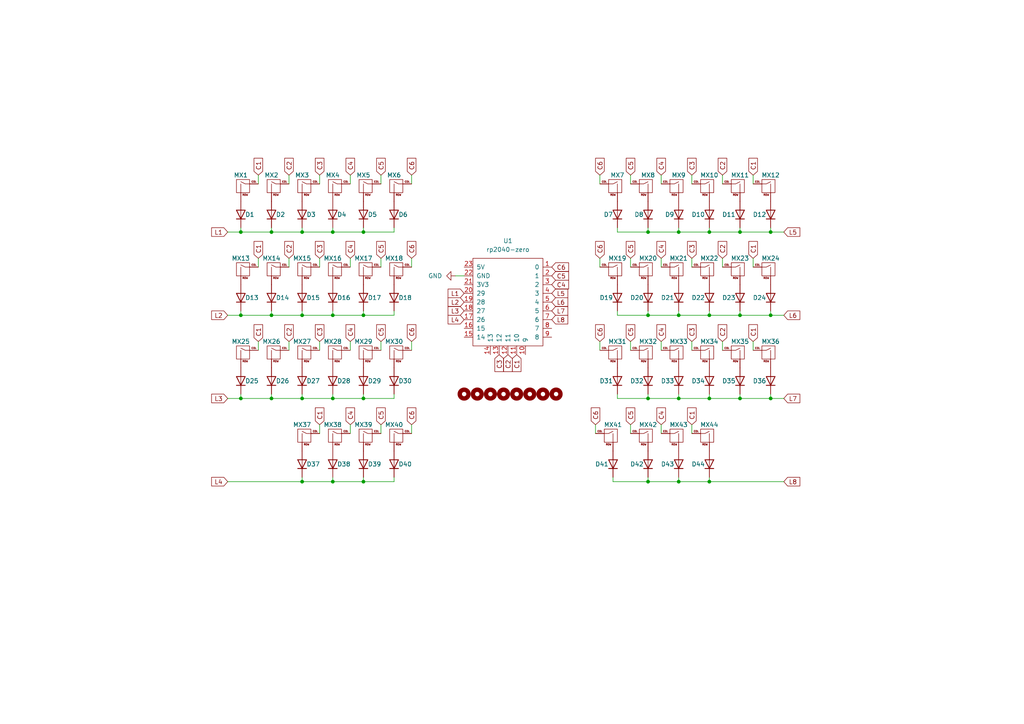
<source format=kicad_sch>
(kicad_sch (version 20230121) (generator eeschema)
  (paper "A4")
  (lib_symbols
    (symbol "Diode:1N4148" (pin_numbers hide) (pin_names hide)
      (property "Reference" "D" (at 0 2.54 0))
      (property "Value" "1N4148" (at 0 -2.54 0))
      (symbol "1N4148_0_1"
        (polyline (pts (xy -1.27 1.27) (xy -1.27 -1.27)) (stroke (width 0.254)))
        (polyline (pts (xy 1.27 0) (xy -1.27 0)))
        (polyline (pts (xy 1.27 1.27) (xy 1.27 -1.27) (xy -1.27 0) (xy 1.27 1.27)) (stroke (width 0.254)))
      )
      (symbol "1N4148_1_1"
        (pin passive line (at -3.81 0 0) (length 2.54) (name "K") (number "1"))
        (pin passive line (at 3.81 0 180) (length 2.54) (name "A") (number "2"))
      )
    )
    (symbol "Mechanical:MountingHole" (pin_names (offset 1.016))
      (property "Reference" "H" (at 0 5.08 0))
      (property "Value" "MountingHole" (at 0 3.175 0))
      (symbol "MountingHole_0_1"
        (circle (center 0 0) (radius 1.27) (stroke (width 1.27)))
      )
    )
    (symbol "PCM_0xcb:MX" (pin_names (offset 1.016))
      (property "Reference" "MX" (at -0.635 1.905 0))
      (property "Value" "MX" (at 0.635 0.635 0))
      (symbol "MX_1_0"
        (text "COL" (at 2.54 0.635 0) (effects (font (size 0.508 0.508))))
      )
      (symbol "MX_1_1"
        (polyline (pts (xy -1.27 -2.54) (xy -1.27 0)))
        (polyline (pts (xy 1.27 0) (xy 0 0) (xy -1.27 0.635)))
        (polyline (pts (xy -2.54 1.27) (xy 1.27 1.27) (xy 1.27 -2.54) (xy -2.54 -2.54) (xy -2.54 1.27)))
        (text "ROW" (at 0 -3.175 0) (effects (font (size 0.508 0.508))))
        (pin passive line (at 3.81 0 180) (length 2.54) (name "COL") (number "1"))
        (pin passive line (at -1.27 -5.08 90) (length 2.54) (name "ROW") (number "2"))
      )
    )
    (symbol "_mcu:rp2040-zero" (pin_names (offset 1.016))
      (property "Reference" "U" (at 0 15.24 0))
      (property "Value" "rp2040-zero" (at 0 12.7 0))
      (symbol "rp2040-zero_0_1"
        (rectangle (start -10.16 11.43) (end 10.16 -13.97))
      )
      (symbol "rp2040-zero_1_1"
        (pin bidirectional line (at 12.7 8.89 180) (length 2.54) (name "0") (number "1"))
        (pin bidirectional line (at 5.08 -16.51 90) (length 2.54) (name "9") (number "10"))
        (pin bidirectional line (at 2.54 -16.51 90) (length 2.54) (name "10") (number "11"))
        (pin bidirectional line (at 0 -16.51 90) (length 2.54) (name "11") (number "12"))
        (pin bidirectional line (at -2.54 -16.51 90) (length 2.54) (name "12") (number "13"))
        (pin bidirectional line (at -5.08 -16.51 90) (length 2.54) (name "13") (number "14"))
        (pin bidirectional line (at -12.7 -11.43 0) (length 2.54) (name "14") (number "15"))
        (pin bidirectional line (at -12.7 -8.89 0) (length 2.54) (name "15") (number "16"))
        (pin bidirectional line (at -12.7 -6.35 0) (length 2.54) (name "26") (number "17"))
        (pin bidirectional line (at -12.7 -3.81 0) (length 2.54) (name "27") (number "18"))
        (pin bidirectional line (at -12.7 -1.27 0) (length 2.54) (name "28") (number "19"))
        (pin bidirectional line (at 12.7 6.35 180) (length 2.54) (name "1") (number "2"))
        (pin bidirectional line (at -12.7 1.27 0) (length 2.54) (name "29") (number "20"))
        (pin power_out line (at -12.7 3.81 0) (length 2.54) (name "3V3") (number "21"))
        (pin power_out line (at -12.7 6.35 0) (length 2.54) (name "GND") (number "22"))
        (pin power_out line (at -12.7 8.89 0) (length 2.54) (name "5V") (number "23"))
        (pin bidirectional line (at 12.7 3.81 180) (length 2.54) (name "2") (number "3"))
        (pin bidirectional line (at 12.7 1.27 180) (length 2.54) (name "3") (number "4"))
        (pin bidirectional line (at 12.7 -1.27 180) (length 2.54) (name "4") (number "5"))
        (pin bidirectional line (at 12.7 -3.81 180) (length 2.54) (name "5") (number "6"))
        (pin bidirectional line (at 12.7 -6.35 180) (length 2.54) (name "6") (number "7"))
        (pin bidirectional line (at 12.7 -8.89 180) (length 2.54) (name "7") (number "8"))
        (pin bidirectional line (at 12.7 -11.43 180) (length 2.54) (name "8") (number "9"))
      )
    )
    (symbol "power:GND" (power) (pin_names (offset 0))
      (property "Value" "GND" (at 0 -3.81 0))
      (symbol "GND_0_1"
        (polyline (pts (xy 0 0) (xy 0 -1.27) (xy 1.27 -1.27) (xy 0 -2.54) (xy -1.27 -1.27) (xy 0 -1.27)))
      )
      (symbol "GND_1_1"
        (pin power_in line (at 0 0 270) (length 0) hide (name "GND") (number "1"))
      )
    )
  )
  (junction (at 196.85 67.31))
  (junction (at 223.52 67.31))
  (junction (at 205.74 115.57))
  (junction (at 196.85 115.57))
  (junction (at 96.52 91.44))
  (junction (at 105.41 139.7))
  (junction (at 69.85 91.44))
  (junction (at 214.63 91.44))
  (junction (at 187.96 67.31))
  (junction (at 205.74 139.7))
  (junction (at 87.63 115.57))
  (junction (at 78.74 67.31))
  (junction (at 87.63 91.44))
  (junction (at 196.85 139.7))
  (junction (at 187.96 91.44))
  (junction (at 96.52 139.7))
  (junction (at 196.85 91.44))
  (junction (at 69.85 115.57))
  (junction (at 187.96 115.57))
  (junction (at 87.63 67.31))
  (junction (at 105.41 67.31))
  (junction (at 78.74 115.57))
  (junction (at 214.63 67.31))
  (junction (at 96.52 115.57))
  (junction (at 214.63 115.57))
  (junction (at 87.63 139.7))
  (junction (at 105.41 91.44))
  (junction (at 205.74 67.31))
  (junction (at 205.74 91.44))
  (junction (at 223.52 115.57))
  (junction (at 187.96 139.7))
  (junction (at 105.41 115.57))
  (junction (at 78.74 91.44))
  (junction (at 223.52 91.44))
  (junction (at 69.85 67.31))
  (junction (at 96.52 67.31))
  (wire (pts (xy 69.85 67.31) (xy 69.85 66.04)))
  (wire (pts (xy 105.41 91.44) (xy 105.41 90.17)))
  (wire (pts (xy 74.93 74.93) (xy 74.93 77.47)))
  (wire (pts (xy 196.85 91.44) (xy 187.96 91.44)))
  (wire (pts (xy 179.07 91.44) (xy 179.07 90.17)))
  (wire (pts (xy 87.63 139.7) (xy 87.63 138.43)))
  (wire (pts (xy 105.41 139.7) (xy 114.3 139.7)))
  (wire (pts (xy 114.3 139.7) (xy 114.3 138.43)))
  (wire (pts (xy 74.93 50.8) (xy 74.93 53.34)))
  (wire (pts (xy 101.6 50.8) (xy 101.6 53.34)))
  (wire (pts (xy 105.41 139.7) (xy 105.41 138.43)))
  (wire (pts (xy 191.77 74.93) (xy 191.77 77.47)))
  (wire (pts (xy 172.72 123.19) (xy 172.72 125.73)))
  (wire (pts (xy 110.49 50.8) (xy 110.49 53.34)))
  (wire (pts (xy 96.52 67.31) (xy 105.41 67.31)))
  (wire (pts (xy 96.52 91.44) (xy 105.41 91.44)))
  (wire (pts (xy 92.71 50.8) (xy 92.71 53.34)))
  (wire (pts (xy 78.74 91.44) (xy 78.74 90.17)))
  (wire (pts (xy 214.63 67.31) (xy 205.74 67.31)))
  (wire (pts (xy 223.52 91.44) (xy 223.52 90.17)))
  (wire (pts (xy 196.85 67.31) (xy 196.85 66.04)))
  (wire (pts (xy 205.74 139.7) (xy 205.74 138.43)))
  (wire (pts (xy 66.04 115.57) (xy 69.85 115.57)))
  (wire (pts (xy 205.74 139.7) (xy 227.33 139.7)))
  (wire (pts (xy 96.52 67.31) (xy 96.52 66.04)))
  (wire (pts (xy 200.66 123.19) (xy 200.66 125.73)))
  (wire (pts (xy 119.38 50.8) (xy 119.38 53.34)))
  (wire (pts (xy 92.71 74.93) (xy 92.71 77.47)))
  (wire (pts (xy 223.52 91.44) (xy 214.63 91.44)))
  (wire (pts (xy 187.96 115.57) (xy 179.07 115.57)))
  (wire (pts (xy 214.63 91.44) (xy 214.63 90.17)))
  (wire (pts (xy 87.63 67.31) (xy 87.63 66.04)))
  (wire (pts (xy 214.63 115.57) (xy 214.63 114.3)))
  (wire (pts (xy 227.33 67.31) (xy 223.52 67.31)))
  (wire (pts (xy 105.41 115.57) (xy 105.41 114.3)))
  (wire (pts (xy 179.07 115.57) (xy 179.07 114.3)))
  (wire (pts (xy 78.74 67.31) (xy 78.74 66.04)))
  (wire (pts (xy 187.96 91.44) (xy 179.07 91.44)))
  (wire (pts (xy 200.66 50.8) (xy 200.66 53.34)))
  (wire (pts (xy 196.85 139.7) (xy 205.74 139.7)))
  (wire (pts (xy 179.07 67.31) (xy 179.07 66.04)))
  (wire (pts (xy 173.99 50.8) (xy 173.99 53.34)))
  (wire (pts (xy 69.85 115.57) (xy 78.74 115.57)))
  (wire (pts (xy 66.04 67.31) (xy 69.85 67.31)))
  (wire (pts (xy 96.52 139.7) (xy 105.41 139.7)))
  (wire (pts (xy 196.85 139.7) (xy 196.85 138.43)))
  (wire (pts (xy 110.49 99.06) (xy 110.49 101.6)))
  (wire (pts (xy 92.71 99.06) (xy 92.71 101.6)))
  (wire (pts (xy 177.8 139.7) (xy 187.96 139.7)))
  (wire (pts (xy 114.3 115.57) (xy 114.3 114.3)))
  (wire (pts (xy 214.63 67.31) (xy 214.63 66.04)))
  (wire (pts (xy 182.88 99.06) (xy 182.88 101.6)))
  (wire (pts (xy 78.74 67.31) (xy 87.63 67.31)))
  (wire (pts (xy 114.3 91.44) (xy 114.3 90.17)))
  (wire (pts (xy 101.6 99.06) (xy 101.6 101.6)))
  (wire (pts (xy 218.44 50.8) (xy 218.44 53.34)))
  (wire (pts (xy 209.55 99.06) (xy 209.55 101.6)))
  (wire (pts (xy 227.33 115.57) (xy 223.52 115.57)))
  (wire (pts (xy 87.63 139.7) (xy 96.52 139.7)))
  (wire (pts (xy 196.85 139.7) (xy 187.96 139.7)))
  (wire (pts (xy 105.41 115.57) (xy 114.3 115.57)))
  (wire (pts (xy 96.52 115.57) (xy 105.41 115.57)))
  (wire (pts (xy 132.08 80.01) (xy 134.62 80.01)))
  (wire (pts (xy 191.77 123.19) (xy 191.77 125.73)))
  (wire (pts (xy 87.63 115.57) (xy 87.63 114.3)))
  (wire (pts (xy 87.63 67.31) (xy 96.52 67.31)))
  (wire (pts (xy 191.77 50.8) (xy 191.77 53.34)))
  (wire (pts (xy 196.85 91.44) (xy 196.85 90.17)))
  (wire (pts (xy 223.52 115.57) (xy 223.52 114.3)))
  (wire (pts (xy 187.96 67.31) (xy 179.07 67.31)))
  (wire (pts (xy 78.74 115.57) (xy 87.63 115.57)))
  (wire (pts (xy 69.85 115.57) (xy 69.85 114.3)))
  (wire (pts (xy 187.96 115.57) (xy 187.96 114.3)))
  (wire (pts (xy 101.6 74.93) (xy 101.6 77.47)))
  (wire (pts (xy 114.3 67.31) (xy 114.3 66.04)))
  (wire (pts (xy 87.63 91.44) (xy 96.52 91.44)))
  (wire (pts (xy 214.63 91.44) (xy 205.74 91.44)))
  (wire (pts (xy 187.96 139.7) (xy 187.96 138.43)))
  (wire (pts (xy 182.88 50.8) (xy 182.88 53.34)))
  (wire (pts (xy 205.74 115.57) (xy 205.74 114.3)))
  (wire (pts (xy 92.71 123.19) (xy 92.71 125.73)))
  (wire (pts (xy 83.82 74.93) (xy 83.82 77.47)))
  (wire (pts (xy 182.88 123.19) (xy 182.88 125.73)))
  (wire (pts (xy 223.52 67.31) (xy 223.52 66.04)))
  (wire (pts (xy 196.85 115.57) (xy 187.96 115.57)))
  (wire (pts (xy 78.74 91.44) (xy 87.63 91.44)))
  (wire (pts (xy 96.52 139.7) (xy 96.52 138.43)))
  (wire (pts (xy 205.74 91.44) (xy 196.85 91.44)))
  (wire (pts (xy 209.55 74.93) (xy 209.55 77.47)))
  (wire (pts (xy 83.82 50.8) (xy 83.82 53.34)))
  (wire (pts (xy 173.99 99.06) (xy 173.99 101.6)))
  (wire (pts (xy 110.49 74.93) (xy 110.49 77.47)))
  (wire (pts (xy 205.74 67.31) (xy 205.74 66.04)))
  (wire (pts (xy 69.85 91.44) (xy 69.85 90.17)))
  (wire (pts (xy 182.88 74.93) (xy 182.88 77.47)))
  (wire (pts (xy 69.85 91.44) (xy 78.74 91.44)))
  (wire (pts (xy 74.93 99.06) (xy 74.93 101.6)))
  (wire (pts (xy 177.8 139.7) (xy 177.8 138.43)))
  (wire (pts (xy 78.74 115.57) (xy 78.74 114.3)))
  (wire (pts (xy 187.96 67.31) (xy 187.96 66.04)))
  (wire (pts (xy 218.44 99.06) (xy 218.44 101.6)))
  (wire (pts (xy 66.04 91.44) (xy 69.85 91.44)))
  (wire (pts (xy 196.85 115.57) (xy 196.85 114.3)))
  (wire (pts (xy 87.63 91.44) (xy 87.63 90.17)))
  (wire (pts (xy 110.49 123.19) (xy 110.49 125.73)))
  (wire (pts (xy 96.52 91.44) (xy 96.52 90.17)))
  (wire (pts (xy 223.52 67.31) (xy 214.63 67.31)))
  (wire (pts (xy 209.55 50.8) (xy 209.55 53.34)))
  (wire (pts (xy 87.63 115.57) (xy 96.52 115.57)))
  (wire (pts (xy 205.74 91.44) (xy 205.74 90.17)))
  (wire (pts (xy 200.66 99.06) (xy 200.66 101.6)))
  (wire (pts (xy 101.6 123.19) (xy 101.6 125.73)))
  (wire (pts (xy 214.63 115.57) (xy 205.74 115.57)))
  (wire (pts (xy 196.85 67.31) (xy 187.96 67.31)))
  (wire (pts (xy 105.41 67.31) (xy 114.3 67.31)))
  (wire (pts (xy 227.33 91.44) (xy 223.52 91.44)))
  (wire (pts (xy 187.96 91.44) (xy 187.96 90.17)))
  (wire (pts (xy 223.52 115.57) (xy 214.63 115.57)))
  (wire (pts (xy 83.82 99.06) (xy 83.82 101.6)))
  (wire (pts (xy 119.38 99.06) (xy 119.38 101.6)))
  (wire (pts (xy 218.44 74.93) (xy 218.44 77.47)))
  (wire (pts (xy 105.41 91.44) (xy 114.3 91.44)))
  (wire (pts (xy 105.41 67.31) (xy 105.41 66.04)))
  (wire (pts (xy 205.74 67.31) (xy 196.85 67.31)))
  (wire (pts (xy 119.38 123.19) (xy 119.38 125.73)))
  (wire (pts (xy 173.99 74.93) (xy 173.99 77.47)))
  (wire (pts (xy 69.85 67.31) (xy 78.74 67.31)))
  (wire (pts (xy 191.77 99.06) (xy 191.77 101.6)))
  (wire (pts (xy 200.66 74.93) (xy 200.66 77.47)))
  (wire (pts (xy 119.38 74.93) (xy 119.38 77.47)))
  (wire (pts (xy 66.04 139.7) (xy 87.63 139.7)))
  (wire (pts (xy 96.52 115.57) (xy 96.52 114.3)))
  (wire (pts (xy 205.74 115.57) (xy 196.85 115.57)))
  (global_label "C4" (shape input) (at 160.02 82.55 0) (property "Intersheetrefs" "${INTERSHEET_REFS}" (effects hide)))
  (global_label "C1" (shape input) (at 149.86 102.87 270) (property "Intersheetrefs" "${INTERSHEET_REFS}" (effects hide)))
  (global_label "L1" (shape input) (at 66.04 67.31 180) (property "Intersheetrefs" "${INTERSHEET_REFS}" (effects hide)))
  (global_label "C2" (shape input) (at 83.82 99.06 90) (property "Intersheetrefs" "${INTERSHEET_REFS}" (effects hide)))
  (global_label "C6" (shape input) (at 119.38 99.06 90) (property "Intersheetrefs" "${INTERSHEET_REFS}" (effects hide)))
  (global_label "C4" (shape input) (at 191.77 74.93 90) (property "Intersheetrefs" "${INTERSHEET_REFS}" (effects hide)))
  (global_label "C6" (shape input) (at 173.99 74.93 90) (property "Intersheetrefs" "${INTERSHEET_REFS}" (effects hide)))
  (global_label "C1" (shape input) (at 218.44 74.93 90) (property "Intersheetrefs" "${INTERSHEET_REFS}" (effects hide)))
  (global_label "C1" (shape input) (at 218.44 99.06 90) (property "Intersheetrefs" "${INTERSHEET_REFS}" (effects hide)))
  (global_label "L7" (shape input) (at 227.33 115.57 0) (property "Intersheetrefs" "${INTERSHEET_REFS}" (effects hide)))
  (global_label "C5" (shape input) (at 110.49 123.19 90) (property "Intersheetrefs" "${INTERSHEET_REFS}" (effects hide)))
  (global_label "C1" (shape input) (at 218.44 50.8 90) (property "Intersheetrefs" "${INTERSHEET_REFS}" (effects hide)))
  (global_label "C3" (shape input) (at 92.71 99.06 90) (property "Intersheetrefs" "${INTERSHEET_REFS}" (effects hide)))
  (global_label "C6" (shape input) (at 119.38 123.19 90) (property "Intersheetrefs" "${INTERSHEET_REFS}" (effects hide)))
  (global_label "C6" (shape input) (at 173.99 50.8 90) (property "Intersheetrefs" "${INTERSHEET_REFS}" (effects hide)))
  (global_label "C3" (shape input) (at 92.71 74.93 90) (property "Intersheetrefs" "${INTERSHEET_REFS}" (effects hide)))
  (global_label "C6" (shape input) (at 172.72 123.19 90) (property "Intersheetrefs" "${INTERSHEET_REFS}" (effects hide)))
  (global_label "C1" (shape input) (at 74.93 99.06 90) (property "Intersheetrefs" "${INTERSHEET_REFS}" (effects hide)))
  (global_label "C5" (shape input) (at 160.02 80.01 0) (property "Intersheetrefs" "${INTERSHEET_REFS}" (effects hide)))
  (global_label "C2" (shape input) (at 209.55 99.06 90) (property "Intersheetrefs" "${INTERSHEET_REFS}" (effects hide)))
  (global_label "C5" (shape input) (at 182.88 74.93 90) (property "Intersheetrefs" "${INTERSHEET_REFS}" (effects hide)))
  (global_label "C2" (shape input) (at 147.32 102.87 270) (property "Intersheetrefs" "${INTERSHEET_REFS}" (effects hide)))
  (global_label "C3" (shape input) (at 92.71 50.8 90) (property "Intersheetrefs" "${INTERSHEET_REFS}" (effects hide)))
  (global_label "L6" (shape input) (at 160.02 87.63 0) (property "Intersheetrefs" "${INTERSHEET_REFS}" (effects hide)))
  (global_label "C3" (shape input) (at 144.78 102.87 270) (property "Intersheetrefs" "${INTERSHEET_REFS}" (effects hide)))
  (global_label "C3" (shape input) (at 200.66 74.93 90) (property "Intersheetrefs" "${INTERSHEET_REFS}" (effects hide)))
  (global_label "C4" (shape input) (at 191.77 123.19 90) (property "Intersheetrefs" "${INTERSHEET_REFS}" (effects hide)))
  (global_label "C2" (shape input) (at 209.55 74.93 90) (property "Intersheetrefs" "${INTERSHEET_REFS}" (effects hide)))
  (global_label "C3" (shape input) (at 200.66 50.8 90) (property "Intersheetrefs" "${INTERSHEET_REFS}" (effects hide)))
  (global_label "C5" (shape input) (at 182.88 99.06 90) (property "Intersheetrefs" "${INTERSHEET_REFS}" (effects hide)))
  (global_label "C2" (shape input) (at 209.55 50.8 90) (property "Intersheetrefs" "${INTERSHEET_REFS}" (effects hide)))
  (global_label "C6" (shape input) (at 119.38 74.93 90) (property "Intersheetrefs" "${INTERSHEET_REFS}" (effects hide)))
  (global_label "L1" (shape input) (at 134.62 85.09 180) (property "Intersheetrefs" "${INTERSHEET_REFS}" (effects hide)))
  (global_label "C6" (shape input) (at 119.38 50.8 90) (property "Intersheetrefs" "${INTERSHEET_REFS}" (effects hide)))
  (global_label "C5" (shape input) (at 110.49 99.06 90) (property "Intersheetrefs" "${INTERSHEET_REFS}" (effects hide)))
  (global_label "C3" (shape input) (at 200.66 99.06 90) (property "Intersheetrefs" "${INTERSHEET_REFS}" (effects hide)))
  (global_label "C4" (shape input) (at 101.6 123.19 90) (property "Intersheetrefs" "${INTERSHEET_REFS}" (effects hide)))
  (global_label "L4" (shape input) (at 66.04 139.7 180) (property "Intersheetrefs" "${INTERSHEET_REFS}" (effects hide)))
  (global_label "C1" (shape input) (at 74.93 74.93 90) (property "Intersheetrefs" "${INTERSHEET_REFS}" (effects hide)))
  (global_label "L4" (shape input) (at 134.62 92.71 180) (property "Intersheetrefs" "${INTERSHEET_REFS}" (effects hide)))
  (global_label "C6" (shape input) (at 160.02 77.47 0) (property "Intersheetrefs" "${INTERSHEET_REFS}" (effects hide)))
  (global_label "C4" (shape input) (at 101.6 74.93 90) (property "Intersheetrefs" "${INTERSHEET_REFS}" (effects hide)))
  (global_label "L2" (shape input) (at 134.62 87.63 180) (property "Intersheetrefs" "${INTERSHEET_REFS}" (effects hide)))
  (global_label "C1" (shape input) (at 92.71 123.19 90) (property "Intersheetrefs" "${INTERSHEET_REFS}" (effects hide)))
  (global_label "C4" (shape input) (at 101.6 99.06 90) (property "Intersheetrefs" "${INTERSHEET_REFS}" (effects hide)))
  (global_label "C4" (shape input) (at 101.6 50.8 90) (property "Intersheetrefs" "${INTERSHEET_REFS}" (effects hide)))
  (global_label "L5" (shape input) (at 227.33 67.31 0) (property "Intersheetrefs" "${INTERSHEET_REFS}" (effects hide)))
  (global_label "L3" (shape input) (at 66.04 115.57 180) (property "Intersheetrefs" "${INTERSHEET_REFS}" (effects hide)))
  (global_label "C6" (shape input) (at 173.99 99.06 90) (property "Intersheetrefs" "${INTERSHEET_REFS}" (effects hide)))
  (global_label "L3" (shape input) (at 134.62 90.17 180) (property "Intersheetrefs" "${INTERSHEET_REFS}" (effects hide)))
  (global_label "L6" (shape input) (at 227.33 91.44 0) (property "Intersheetrefs" "${INTERSHEET_REFS}" (effects hide)))
  (global_label "L8" (shape input) (at 227.33 139.7 0) (property "Intersheetrefs" "${INTERSHEET_REFS}" (effects hide)))
  (global_label "C2" (shape input) (at 83.82 50.8 90) (property "Intersheetrefs" "${INTERSHEET_REFS}" (effects hide)))
  (global_label "L8" (shape input) (at 160.02 92.71 0) (property "Intersheetrefs" "${INTERSHEET_REFS}" (effects hide)))
  (global_label "C1" (shape input) (at 74.93 50.8 90) (property "Intersheetrefs" "${INTERSHEET_REFS}" (effects hide)))
  (global_label "C5" (shape input) (at 182.88 123.19 90) (property "Intersheetrefs" "${INTERSHEET_REFS}" (effects hide)))
  (global_label "C5" (shape input) (at 110.49 74.93 90) (property "Intersheetrefs" "${INTERSHEET_REFS}" (effects hide)))
  (global_label "L7" (shape input) (at 160.02 90.17 0) (property "Intersheetrefs" "${INTERSHEET_REFS}" (effects hide)))
  (global_label "C1" (shape input) (at 200.66 123.19 90) (property "Intersheetrefs" "${INTERSHEET_REFS}" (effects hide)))
  (global_label "L2" (shape input) (at 66.04 91.44 180) (property "Intersheetrefs" "${INTERSHEET_REFS}" (effects hide)))
  (global_label "C4" (shape input) (at 191.77 50.8 90) (property "Intersheetrefs" "${INTERSHEET_REFS}" (effects hide)))
  (global_label "C2" (shape input) (at 83.82 74.93 90) (property "Intersheetrefs" "${INTERSHEET_REFS}" (effects hide)))
  (global_label "C5" (shape input) (at 110.49 50.8 90) (property "Intersheetrefs" "${INTERSHEET_REFS}" (effects hide)))
  (global_label "C4" (shape input) (at 191.77 99.06 90) (property "Intersheetrefs" "${INTERSHEET_REFS}" (effects hide)))
  (global_label "C5" (shape input) (at 182.88 50.8 90) (property "Intersheetrefs" "${INTERSHEET_REFS}" (effects hide)))
  (global_label "L5" (shape input) (at 160.02 85.09 0) (property "Intersheetrefs" "${INTERSHEET_REFS}" (effects hide)))
  (symbol (lib_id "Diode:1N4148") (at 87.63 62.23 90) (unit 1)
    (property "Reference" "D3" (at 88.9 62.23 90) (effects (justify right)))
    (property "Value" "1N4148" (effects hide))
    (property "Footprint" "Diode_THT:D_DO-35_SOD27_P7.62mm_Horizontal" (effects hide))
    (property "Datasheet" "https://assets.nexperia.com/documents/data-sheet/1N4148_1N4448.pdf" (effects hide))
    (property "Sim.Device" "D" (effects hide))
    (property "Sim.Pins" "1=K 2=A" (effects hide))
  )
  (symbol (lib_id "Diode:1N4148") (at 105.41 62.23 90) (unit 1)
    (property "Reference" "D5" (at 106.68 62.23 90) (effects (justify right)))
    (property "Value" "1N4148" (effects hide))
    (property "Footprint" "Diode_THT:D_DO-35_SOD27_P7.62mm_Horizontal" (effects hide))
    (property "Datasheet" "https://assets.nexperia.com/documents/data-sheet/1N4148_1N4448.pdf" (effects hide))
    (property "Sim.Device" "D" (effects hide))
    (property "Sim.Pins" "1=K 2=A" (effects hide))
  )
  (symbol (lib_id "PCM_0xcb:MX") (at 80.01 77.47 0) (unit 1)
    (property "Reference" "MX14" (at 78.74 74.93 0))
    (property "Value" "MX" (effects hide))
    (property "Footprint" "_mx:MX-Alps-Hybrid-1U" (effects hide))
  )
  (symbol (lib_id "Diode:1N4148") (at 187.96 62.23 270) (mirror x) (unit 1)
    (property "Reference" "D8" (at 186.69 62.23 90) (effects (justify right)))
    (property "Value" "1N4148" (effects hide))
    (property "Footprint" "Diode_THT:D_DO-35_SOD27_P7.62mm_Horizontal" (effects hide))
    (property "Datasheet" "https://assets.nexperia.com/documents/data-sheet/1N4148_1N4448.pdf" (effects hide))
    (property "Sim.Device" "D" (effects hide))
    (property "Sim.Pins" "1=K 2=A" (effects hide))
  )
  (symbol (lib_id "Diode:1N4148") (at 87.63 110.49 90) (unit 1)
    (property "Reference" "D27" (at 88.9 110.49 90) (effects (justify right)))
    (property "Value" "1N4148" (effects hide))
    (property "Footprint" "Diode_THT:D_DO-35_SOD27_P7.62mm_Horizontal" (effects hide))
    (property "Datasheet" "https://assets.nexperia.com/documents/data-sheet/1N4148_1N4448.pdf" (effects hide))
    (property "Sim.Device" "D" (effects hide))
    (property "Sim.Pins" "1=K 2=A" (effects hide))
  )
  (symbol (lib_id "Diode:1N4148") (at 187.96 110.49 270) (mirror x) (unit 1)
    (property "Reference" "D32" (at 186.69 110.49 90) (effects (justify right)))
    (property "Value" "1N4148" (effects hide))
    (property "Footprint" "Diode_THT:D_DO-35_SOD27_P7.62mm_Horizontal" (effects hide))
    (property "Datasheet" "https://assets.nexperia.com/documents/data-sheet/1N4148_1N4448.pdf" (effects hide))
    (property "Sim.Device" "D" (effects hide))
    (property "Sim.Pins" "1=K 2=A" (effects hide))
  )
  (symbol (lib_id "PCM_0xcb:MX") (at 204.47 101.6 0) (mirror y) (unit 1)
    (property "Reference" "MX34" (at 205.74 99.06 0))
    (property "Value" "MX" (effects hide))
    (property "Footprint" "_mx:MX-Alps-Hybrid-1U" (effects hide))
  )
  (symbol (lib_id "Diode:1N4148") (at 87.63 134.62 90) (unit 1)
    (property "Reference" "D37" (at 88.9 134.62 90) (effects (justify right)))
    (property "Value" "1N4148" (effects hide))
    (property "Footprint" "Diode_THT:D_DO-35_SOD27_P7.62mm_Horizontal" (effects hide))
    (property "Datasheet" "https://assets.nexperia.com/documents/data-sheet/1N4148_1N4448.pdf" (effects hide))
    (property "Sim.Device" "D" (effects hide))
    (property "Sim.Pins" "1=K 2=A" (effects hide))
  )
  (symbol (lib_id "Diode:1N4148") (at 214.63 110.49 270) (mirror x) (unit 1)
    (property "Reference" "D35" (at 213.36 110.49 90) (effects (justify right)))
    (property "Value" "1N4148" (effects hide))
    (property "Footprint" "Diode_THT:D_DO-35_SOD27_P7.62mm_Horizontal" (effects hide))
    (property "Datasheet" "https://assets.nexperia.com/documents/data-sheet/1N4148_1N4448.pdf" (effects hide))
    (property "Sim.Device" "D" (effects hide))
    (property "Sim.Pins" "1=K 2=A" (effects hide))
  )
  (symbol (lib_id "PCM_0xcb:MX") (at 213.36 77.47 0) (mirror y) (unit 1)
    (property "Reference" "MX23" (at 214.63 74.93 0))
    (property "Value" "MX" (effects hide))
    (property "Footprint" "_mx:MX-Alps-Hybrid-1U" (effects hide))
  )
  (symbol (lib_id "Diode:1N4148") (at 214.63 62.23 270) (mirror x) (unit 1)
    (property "Reference" "D11" (at 213.36 62.23 90) (effects (justify right)))
    (property "Value" "1N4148" (effects hide))
    (property "Footprint" "Diode_THT:D_DO-35_SOD27_P7.62mm_Horizontal" (effects hide))
    (property "Datasheet" "https://assets.nexperia.com/documents/data-sheet/1N4148_1N4448.pdf" (effects hide))
    (property "Sim.Device" "D" (effects hide))
    (property "Sim.Pins" "1=K 2=A" (effects hide))
  )
  (symbol (lib_id "Diode:1N4148") (at 78.74 86.36 90) (unit 1)
    (property "Reference" "D14" (at 80.01 86.36 90) (effects (justify right)))
    (property "Value" "1N4148" (effects hide))
    (property "Footprint" "Diode_THT:D_DO-35_SOD27_P7.62mm_Horizontal" (effects hide))
    (property "Datasheet" "https://assets.nexperia.com/documents/data-sheet/1N4148_1N4448.pdf" (effects hide))
    (property "Sim.Device" "D" (effects hide))
    (property "Sim.Pins" "1=K 2=A" (effects hide))
  )
  (symbol (lib_id "Diode:1N4148") (at 214.63 86.36 270) (mirror x) (unit 1)
    (property "Reference" "D23" (at 213.36 86.36 90) (effects (justify right)))
    (property "Value" "1N4148" (effects hide))
    (property "Footprint" "Diode_THT:D_DO-35_SOD27_P7.62mm_Horizontal" (effects hide))
    (property "Datasheet" "https://assets.nexperia.com/documents/data-sheet/1N4148_1N4448.pdf" (effects hide))
    (property "Sim.Device" "D" (effects hide))
    (property "Sim.Pins" "1=K 2=A" (effects hide))
  )
  (symbol (lib_id "power:GND") (at 132.08 80.01 270) (unit 1)
    (property "Reference" "#PWR03" (effects hide))
    (property "Value" "GND" (at 128.27 80.01 90) (effects (justify right)))
  )
  (symbol (lib_id "PCM_0xcb:MX") (at 177.8 77.47 0) (mirror y) (unit 1)
    (property "Reference" "MX19" (at 179.07 74.93 0))
    (property "Value" "MX" (effects hide))
    (property "Footprint" "_mx:MX-Alps-Hybrid-1U" (effects hide))
  )
  (symbol (lib_id "Diode:1N4148") (at 196.85 134.62 270) (mirror x) (unit 1)
    (property "Reference" "D43" (at 195.58 134.62 90) (effects (justify right)))
    (property "Value" "1N4148" (effects hide))
    (property "Footprint" "Diode_THT:D_DO-35_SOD27_P7.62mm_Horizontal" (effects hide))
    (property "Datasheet" "https://assets.nexperia.com/documents/data-sheet/1N4148_1N4448.pdf" (effects hide))
    (property "Sim.Device" "D" (effects hide))
    (property "Sim.Pins" "1=K 2=A" (effects hide))
  )
  (symbol (lib_id "Diode:1N4148") (at 179.07 86.36 270) (mirror x) (unit 1)
    (property "Reference" "D19" (at 177.8 86.36 90) (effects (justify right)))
    (property "Value" "1N4148" (effects hide))
    (property "Footprint" "Diode_THT:D_DO-35_SOD27_P7.62mm_Horizontal" (effects hide))
    (property "Datasheet" "https://assets.nexperia.com/documents/data-sheet/1N4148_1N4448.pdf" (effects hide))
    (property "Sim.Device" "D" (effects hide))
    (property "Sim.Pins" "1=K 2=A" (effects hide))
  )
  (symbol (lib_id "Diode:1N4148") (at 205.74 134.62 270) (mirror x) (unit 1)
    (property "Reference" "D44" (at 204.47 134.62 90) (effects (justify right)))
    (property "Value" "1N4148" (effects hide))
    (property "Footprint" "Diode_THT:D_DO-35_SOD27_P7.62mm_Horizontal" (effects hide))
    (property "Datasheet" "https://assets.nexperia.com/documents/data-sheet/1N4148_1N4448.pdf" (effects hide))
    (property "Sim.Device" "D" (effects hide))
    (property "Sim.Pins" "1=K 2=A" (effects hide))
  )
  (symbol (lib_id "Diode:1N4148") (at 69.85 62.23 90) (unit 1)
    (property "Reference" "D1" (at 71.12 62.23 90) (effects (justify right)))
    (property "Value" "1N4148" (effects hide))
    (property "Footprint" "Diode_THT:D_DO-35_SOD27_P7.62mm_Horizontal" (effects hide))
    (property "Datasheet" "https://assets.nexperia.com/documents/data-sheet/1N4148_1N4448.pdf" (effects hide))
    (property "Sim.Device" "D" (effects hide))
    (property "Sim.Pins" "1=K 2=A" (effects hide))
  )
  (symbol (lib_id "Diode:1N4148") (at 196.85 62.23 270) (mirror x) (unit 1)
    (property "Reference" "D9" (at 195.58 62.23 90) (effects (justify right)))
    (property "Value" "1N4148" (effects hide))
    (property "Footprint" "Diode_THT:D_DO-35_SOD27_P7.62mm_Horizontal" (effects hide))
    (property "Datasheet" "https://assets.nexperia.com/documents/data-sheet/1N4148_1N4448.pdf" (effects hide))
    (property "Sim.Device" "D" (effects hide))
    (property "Sim.Pins" "1=K 2=A" (effects hide))
  )
  (symbol (lib_id "Diode:1N4148") (at 69.85 86.36 90) (unit 1)
    (property "Reference" "D13" (at 71.12 86.36 90) (effects (justify right)))
    (property "Value" "1N4148" (effects hide))
    (property "Footprint" "Diode_THT:D_DO-35_SOD27_P7.62mm_Horizontal" (effects hide))
    (property "Datasheet" "https://assets.nexperia.com/documents/data-sheet/1N4148_1N4448.pdf" (effects hide))
    (property "Sim.Device" "D" (effects hide))
    (property "Sim.Pins" "1=K 2=A" (effects hide))
  )
  (symbol (lib_id "Diode:1N4148") (at 114.3 110.49 90) (unit 1)
    (property "Reference" "D30" (at 115.57 110.49 90) (effects (justify right)))
    (property "Value" "1N4148" (effects hide))
    (property "Footprint" "Diode_THT:D_DO-35_SOD27_P7.62mm_Horizontal" (effects hide))
    (property "Datasheet" "https://assets.nexperia.com/documents/data-sheet/1N4148_1N4448.pdf" (effects hide))
    (property "Sim.Device" "D" (effects hide))
    (property "Sim.Pins" "1=K 2=A" (effects hide))
  )
  (symbol (lib_id "PCM_0xcb:MX") (at 204.47 77.47 0) (mirror y) (unit 1)
    (property "Reference" "MX22" (at 205.74 74.93 0))
    (property "Value" "MX" (effects hide))
    (property "Footprint" "_mx:MX-Alps-Hybrid-1U" (effects hide))
  )
  (symbol (lib_id "PCM_0xcb:MX") (at 88.9 125.73 0) (unit 1)
    (property "Reference" "MX37" (at 87.63 123.19 0))
    (property "Value" "MX" (effects hide))
    (property "Footprint" "_mx:MX-Alps-Hybrid-1.25U" (effects hide))
  )
  (symbol (lib_id "Mechanical:MountingHole") (at 157.48 114.3 0) (unit 1)
    (property "Reference" "H7" (effects hide))
    (property "Value" "MountingHole" (effects hide))
    (property "Footprint" "MountingHole:MountingHole_2.2mm_M2" (effects hide))
  )
  (symbol (lib_id "PCM_0xcb:MX") (at 204.47 53.34 0) (mirror y) (unit 1)
    (property "Reference" "MX10" (at 205.74 50.8 0))
    (property "Value" "MX" (effects hide))
    (property "Footprint" "_mx:MX-Alps-Hybrid-1U" (effects hide))
  )
  (symbol (lib_id "PCM_0xcb:MX") (at 80.01 101.6 0) (unit 1)
    (property "Reference" "MX26" (at 78.74 99.06 0))
    (property "Value" "MX" (effects hide))
    (property "Footprint" "_mx:MX-Alps-Hybrid-1U" (effects hide))
  )
  (symbol (lib_id "PCM_0xcb:MX") (at 222.25 77.47 0) (mirror y) (unit 1)
    (property "Reference" "MX24" (at 223.52 74.93 0))
    (property "Value" "MX" (effects hide))
    (property "Footprint" "_mx:MX-Alps-Hybrid-1U" (effects hide))
  )
  (symbol (lib_id "PCM_0xcb:MX") (at 97.79 53.34 0) (unit 1)
    (property "Reference" "MX4" (at 96.52 50.8 0))
    (property "Value" "MX" (effects hide))
    (property "Footprint" "_mx:MX-Alps-Hybrid-1U" (effects hide))
  )
  (symbol (lib_id "Diode:1N4148") (at 205.74 110.49 270) (mirror x) (unit 1)
    (property "Reference" "D34" (at 204.47 110.49 90) (effects (justify right)))
    (property "Value" "1N4148" (effects hide))
    (property "Footprint" "Diode_THT:D_DO-35_SOD27_P7.62mm_Horizontal" (effects hide))
    (property "Datasheet" "https://assets.nexperia.com/documents/data-sheet/1N4148_1N4448.pdf" (effects hide))
    (property "Sim.Device" "D" (effects hide))
    (property "Sim.Pins" "1=K 2=A" (effects hide))
  )
  (symbol (lib_id "Diode:1N4148") (at 205.74 62.23 270) (mirror x) (unit 1)
    (property "Reference" "D10" (at 204.47 62.23 90) (effects (justify right)))
    (property "Value" "1N4148" (effects hide))
    (property "Footprint" "Diode_THT:D_DO-35_SOD27_P7.62mm_Horizontal" (effects hide))
    (property "Datasheet" "https://assets.nexperia.com/documents/data-sheet/1N4148_1N4448.pdf" (effects hide))
    (property "Sim.Device" "D" (effects hide))
    (property "Sim.Pins" "1=K 2=A" (effects hide))
  )
  (symbol (lib_id "Mechanical:MountingHole") (at 138.43 114.3 0) (unit 1)
    (property "Reference" "H2" (effects hide))
    (property "Value" "MountingHole" (effects hide))
    (property "Footprint" "MountingHole:MountingHole_2.2mm_M2" (effects hide))
  )
  (symbol (lib_id "Diode:1N4148") (at 105.41 86.36 90) (unit 1)
    (property "Reference" "D17" (at 106.68 86.36 90) (effects (justify right)))
    (property "Value" "1N4148" (effects hide))
    (property "Footprint" "Diode_THT:D_DO-35_SOD27_P7.62mm_Horizontal" (effects hide))
    (property "Datasheet" "https://assets.nexperia.com/documents/data-sheet/1N4148_1N4448.pdf" (effects hide))
    (property "Sim.Device" "D" (effects hide))
    (property "Sim.Pins" "1=K 2=A" (effects hide))
  )
  (symbol (lib_id "Diode:1N4148") (at 179.07 110.49 270) (mirror x) (unit 1)
    (property "Reference" "D31" (at 177.8 110.49 90) (effects (justify right)))
    (property "Value" "1N4148" (effects hide))
    (property "Footprint" "Diode_THT:D_DO-35_SOD27_P7.62mm_Horizontal" (effects hide))
    (property "Datasheet" "https://assets.nexperia.com/documents/data-sheet/1N4148_1N4448.pdf" (effects hide))
    (property "Sim.Device" "D" (effects hide))
    (property "Sim.Pins" "1=K 2=A" (effects hide))
  )
  (symbol (lib_id "Mechanical:MountingHole") (at 134.62 114.3 0) (unit 1)
    (property "Reference" "H1" (effects hide))
    (property "Value" "MountingHole" (effects hide))
    (property "Footprint" "MountingHole:MountingHole_2.2mm_M2" (effects hide))
  )
  (symbol (lib_id "PCM_0xcb:MX") (at 106.68 101.6 0) (unit 1)
    (property "Reference" "MX29" (at 105.41 99.06 0))
    (property "Value" "MX" (effects hide))
    (property "Footprint" "_mx:MX-Alps-Hybrid-1U" (effects hide))
  )
  (symbol (lib_id "PCM_0xcb:MX") (at 88.9 53.34 0) (unit 1)
    (property "Reference" "MX3" (at 87.63 50.8 0))
    (property "Value" "MX" (effects hide))
    (property "Footprint" "_mx:MX-Alps-Hybrid-1U" (effects hide))
  )
  (symbol (lib_id "PCM_0xcb:MX") (at 195.58 125.73 0) (mirror y) (unit 1)
    (property "Reference" "MX43" (at 196.85 123.19 0))
    (property "Value" "MX" (effects hide))
    (property "Footprint" "_mx:MX-Alps-Hybrid-1U" (effects hide))
  )
  (symbol (lib_id "Diode:1N4148") (at 223.52 110.49 270) (mirror x) (unit 1)
    (property "Reference" "D36" (at 222.25 110.49 90) (effects (justify right)))
    (property "Value" "1N4148" (effects hide))
    (property "Footprint" "Diode_THT:D_DO-35_SOD27_P7.62mm_Horizontal" (effects hide))
    (property "Datasheet" "https://assets.nexperia.com/documents/data-sheet/1N4148_1N4448.pdf" (effects hide))
    (property "Sim.Device" "D" (effects hide))
    (property "Sim.Pins" "1=K 2=A" (effects hide))
  )
  (symbol (lib_id "PCM_0xcb:MX") (at 204.47 125.73 0) (mirror y) (unit 1)
    (property "Reference" "MX44" (at 205.74 123.19 0))
    (property "Value" "MX" (effects hide))
    (property "Footprint" "_mx:MX-Alps-Hybrid-1.25U" (effects hide))
  )
  (symbol (lib_id "PCM_0xcb:MX") (at 88.9 101.6 0) (unit 1)
    (property "Reference" "MX27" (at 87.63 99.06 0))
    (property "Value" "MX" (effects hide))
    (property "Footprint" "_mx:MX-Alps-Hybrid-1U" (effects hide))
  )
  (symbol (lib_id "Diode:1N4148") (at 177.8 134.62 270) (mirror x) (unit 1)
    (property "Reference" "D41" (at 176.53 134.62 90) (effects (justify right)))
    (property "Value" "1N4148" (effects hide))
    (property "Footprint" "Diode_THT:D_DO-35_SOD27_P7.62mm_Horizontal" (effects hide))
    (property "Datasheet" "https://assets.nexperia.com/documents/data-sheet/1N4148_1N4448.pdf" (effects hide))
    (property "Sim.Device" "D" (effects hide))
    (property "Sim.Pins" "1=K 2=A" (effects hide))
  )
  (symbol (lib_id "PCM_0xcb:MX") (at 71.12 77.47 0) (unit 1)
    (property "Reference" "MX13" (at 69.85 74.93 0))
    (property "Value" "MX" (effects hide))
    (property "Footprint" "_mx:MX-Alps-Hybrid-1U" (effects hide))
  )
  (symbol (lib_id "PCM_0xcb:MX") (at 176.53 125.73 0) (mirror y) (unit 1)
    (property "Reference" "MX41" (at 177.8 123.19 0))
    (property "Value" "MX" (effects hide))
    (property "Footprint" "_mx:MX-Alps-Hybrid-1.5U" (effects hide))
  )
  (symbol (lib_id "PCM_0xcb:MX") (at 106.68 53.34 0) (unit 1)
    (property "Reference" "MX5" (at 105.41 50.8 0))
    (property "Value" "MX" (effects hide))
    (property "Footprint" "_mx:MX-Alps-Hybrid-1U" (effects hide))
  )
  (symbol (lib_id "Diode:1N4148") (at 196.85 110.49 270) (mirror x) (unit 1)
    (property "Reference" "D33" (at 195.58 110.49 90) (effects (justify right)))
    (property "Value" "1N4148" (effects hide))
    (property "Footprint" "Diode_THT:D_DO-35_SOD27_P7.62mm_Horizontal" (effects hide))
    (property "Datasheet" "https://assets.nexperia.com/documents/data-sheet/1N4148_1N4448.pdf" (effects hide))
    (property "Sim.Device" "D" (effects hide))
    (property "Sim.Pins" "1=K 2=A" (effects hide))
  )
  (symbol (lib_id "PCM_0xcb:MX") (at 88.9 77.47 0) (unit 1)
    (property "Reference" "MX15" (at 87.63 74.93 0))
    (property "Value" "MX" (effects hide))
    (property "Footprint" "_mx:MX-Alps-Hybrid-1U" (effects hide))
  )
  (symbol (lib_id "Diode:1N4148") (at 223.52 62.23 270) (mirror x) (unit 1)
    (property "Reference" "D12" (at 222.25 62.23 90) (effects (justify right)))
    (property "Value" "1N4148" (effects hide))
    (property "Footprint" "Diode_THT:D_DO-35_SOD27_P7.62mm_Horizontal" (effects hide))
    (property "Datasheet" "https://assets.nexperia.com/documents/data-sheet/1N4148_1N4448.pdf" (effects hide))
    (property "Sim.Device" "D" (effects hide))
    (property "Sim.Pins" "1=K 2=A" (effects hide))
  )
  (symbol (lib_id "PCM_0xcb:MX") (at 213.36 101.6 0) (mirror y) (unit 1)
    (property "Reference" "MX35" (at 214.63 99.06 0))
    (property "Value" "MX" (effects hide))
    (property "Footprint" "_mx:MX-Alps-Hybrid-1U" (effects hide))
  )
  (symbol (lib_id "PCM_0xcb:MX") (at 195.58 77.47 0) (mirror y) (unit 1)
    (property "Reference" "MX21" (at 196.85 74.93 0))
    (property "Value" "MX" (effects hide))
    (property "Footprint" "_mx:MX-Alps-Hybrid-1U" (effects hide))
  )
  (symbol (lib_id "Diode:1N4148") (at 105.41 110.49 90) (unit 1)
    (property "Reference" "D29" (at 106.68 110.49 90) (effects (justify right)))
    (property "Value" "1N4148" (effects hide))
    (property "Footprint" "Diode_THT:D_DO-35_SOD27_P7.62mm_Horizontal" (effects hide))
    (property "Datasheet" "https://assets.nexperia.com/documents/data-sheet/1N4148_1N4448.pdf" (effects hide))
    (property "Sim.Device" "D" (effects hide))
    (property "Sim.Pins" "1=K 2=A" (effects hide))
  )
  (symbol (lib_id "Mechanical:MountingHole") (at 146.05 114.3 0) (unit 1)
    (property "Reference" "H4" (effects hide))
    (property "Value" "MountingHole" (effects hide))
    (property "Footprint" "MountingHole:MountingHole_2.2mm_M2" (effects hide))
  )
  (symbol (lib_id "PCM_0xcb:MX") (at 115.57 125.73 0) (unit 1)
    (property "Reference" "MX40" (at 114.3 123.19 0))
    (property "Value" "MX" (effects hide))
    (property "Footprint" "_mx:MX-Alps-Hybrid-1.5U" (effects hide))
  )
  (symbol (lib_id "PCM_0xcb:MX") (at 115.57 77.47 0) (unit 1)
    (property "Reference" "MX18" (at 114.3 74.93 0))
    (property "Value" "MX" (effects hide))
    (property "Footprint" "_mx:MX-Alps-Hybrid-1U" (effects hide))
  )
  (symbol (lib_id "PCM_0xcb:MX") (at 71.12 101.6 0) (unit 1)
    (property "Reference" "MX25" (at 69.85 99.06 0))
    (property "Value" "MX" (effects hide))
    (property "Footprint" "_mx:MX-Alps-Hybrid-1U" (effects hide))
  )
  (symbol (lib_id "PCM_0xcb:MX") (at 97.79 77.47 0) (unit 1)
    (property "Reference" "MX16" (at 96.52 74.93 0))
    (property "Value" "MX" (effects hide))
    (property "Footprint" "_mx:MX-Alps-Hybrid-1U" (effects hide))
  )
  (symbol (lib_id "PCM_0xcb:MX") (at 186.69 125.73 0) (mirror y) (unit 1)
    (property "Reference" "MX42" (at 187.96 123.19 0))
    (property "Value" "MX" (effects hide))
    (property "Footprint" "_mx:MX-Alps-Hybrid-1U" (effects hide))
  )
  (symbol (lib_id "PCM_0xcb:MX") (at 177.8 53.34 0) (mirror y) (unit 1)
    (property "Reference" "MX7" (at 179.07 50.8 0))
    (property "Value" "MX" (effects hide))
    (property "Footprint" "_mx:MX-Alps-Hybrid-1U" (effects hide))
  )
  (symbol (lib_id "PCM_0xcb:MX") (at 115.57 101.6 0) (unit 1)
    (property "Reference" "MX30" (at 114.3 99.06 0))
    (property "Value" "MX" (effects hide))
    (property "Footprint" "_mx:MX-Alps-Hybrid-1U" (effects hide))
  )
  (symbol (lib_id "Diode:1N4148") (at 223.52 86.36 270) (mirror x) (unit 1)
    (property "Reference" "D24" (at 222.25 86.36 90) (effects (justify right)))
    (property "Value" "1N4148" (effects hide))
    (property "Footprint" "Diode_THT:D_DO-35_SOD27_P7.62mm_Horizontal" (effects hide))
    (property "Datasheet" "https://assets.nexperia.com/documents/data-sheet/1N4148_1N4448.pdf" (effects hide))
    (property "Sim.Device" "D" (effects hide))
    (property "Sim.Pins" "1=K 2=A" (effects hide))
  )
  (symbol (lib_id "Diode:1N4148") (at 187.96 134.62 270) (mirror x) (unit 1)
    (property "Reference" "D42" (at 186.69 134.62 90) (effects (justify right)))
    (property "Value" "1N4148" (effects hide))
    (property "Footprint" "Diode_THT:D_DO-35_SOD27_P7.62mm_Horizontal" (effects hide))
    (property "Datasheet" "https://assets.nexperia.com/documents/data-sheet/1N4148_1N4448.pdf" (effects hide))
    (property "Sim.Device" "D" (effects hide))
    (property "Sim.Pins" "1=K 2=A" (effects hide))
  )
  (symbol (lib_id "PCM_0xcb:MX") (at 177.8 101.6 0) (mirror y) (unit 1)
    (property "Reference" "MX31" (at 179.07 99.06 0))
    (property "Value" "MX" (effects hide))
    (property "Footprint" "_mx:MX-Alps-Hybrid-1U" (effects hide))
  )
  (symbol (lib_id "PCM_0xcb:MX") (at 195.58 53.34 0) (mirror y) (unit 1)
    (property "Reference" "MX9" (at 196.85 50.8 0))
    (property "Value" "MX" (effects hide))
    (property "Footprint" "_mx:MX-Alps-Hybrid-1U" (effects hide))
  )
  (symbol (lib_id "Mechanical:MountingHole") (at 161.29 114.3 0) (unit 1)
    (property "Reference" "H8" (effects hide))
    (property "Value" "MountingHole" (effects hide))
    (property "Footprint" "MountingHole:MountingHole_2.2mm_M2" (effects hide))
  )
  (symbol (lib_id "Diode:1N4148") (at 87.63 86.36 90) (unit 1)
    (property "Reference" "D15" (at 88.9 86.36 90) (effects (justify right)))
    (property "Value" "1N4148" (effects hide))
    (property "Footprint" "Diode_THT:D_DO-35_SOD27_P7.62mm_Horizontal" (effects hide))
    (property "Datasheet" "https://assets.nexperia.com/documents/data-sheet/1N4148_1N4448.pdf" (effects hide))
    (property "Sim.Device" "D" (effects hide))
    (property "Sim.Pins" "1=K 2=A" (effects hide))
  )
  (symbol (lib_id "Diode:1N4148") (at 69.85 110.49 90) (unit 1)
    (property "Reference" "D25" (at 71.12 110.49 90) (effects (justify right)))
    (property "Value" "1N4148" (effects hide))
    (property "Footprint" "Diode_THT:D_DO-35_SOD27_P7.62mm_Horizontal" (effects hide))
    (property "Datasheet" "https://assets.nexperia.com/documents/data-sheet/1N4148_1N4448.pdf" (effects hide))
    (property "Sim.Device" "D" (effects hide))
    (property "Sim.Pins" "1=K 2=A" (effects hide))
  )
  (symbol (lib_id "PCM_0xcb:MX") (at 106.68 77.47 0) (unit 1)
    (property "Reference" "MX17" (at 105.41 74.93 0))
    (property "Value" "MX" (effects hide))
    (property "Footprint" "_mx:MX-Alps-Hybrid-1U" (effects hide))
  )
  (symbol (lib_id "Diode:1N4148") (at 96.52 110.49 90) (unit 1)
    (property "Reference" "D28" (at 97.79 110.49 90) (effects (justify right)))
    (property "Value" "1N4148" (effects hide))
    (property "Footprint" "Diode_THT:D_DO-35_SOD27_P7.62mm_Horizontal" (effects hide))
    (property "Datasheet" "https://assets.nexperia.com/documents/data-sheet/1N4148_1N4448.pdf" (effects hide))
    (property "Sim.Device" "D" (effects hide))
    (property "Sim.Pins" "1=K 2=A" (effects hide))
  )
  (symbol (lib_id "PCM_0xcb:MX") (at 97.79 125.73 0) (unit 1)
    (property "Reference" "MX38" (at 96.52 123.19 0))
    (property "Value" "MX" (effects hide))
    (property "Footprint" "_mx:MX-Alps-Hybrid-1U" (effects hide))
  )
  (symbol (lib_id "Mechanical:MountingHole") (at 149.86 114.3 0) (unit 1)
    (property "Reference" "H5" (effects hide))
    (property "Value" "MountingHole" (effects hide))
    (property "Footprint" "MountingHole:MountingHole_2.2mm_M2" (effects hide))
  )
  (symbol (lib_id "PCM_0xcb:MX") (at 186.69 101.6 0) (mirror y) (unit 1)
    (property "Reference" "MX32" (at 187.96 99.06 0))
    (property "Value" "MX" (effects hide))
    (property "Footprint" "_mx:MX-Alps-Hybrid-1U" (effects hide))
  )
  (symbol (lib_id "PCM_0xcb:MX") (at 222.25 53.34 0) (mirror y) (unit 1)
    (property "Reference" "MX12" (at 223.52 50.8 0))
    (property "Value" "MX" (effects hide))
    (property "Footprint" "_mx:MX-Alps-Hybrid-1U" (effects hide))
  )
  (symbol (lib_id "PCM_0xcb:MX") (at 186.69 53.34 0) (mirror y) (unit 1)
    (property "Reference" "MX8" (at 187.96 50.8 0))
    (property "Value" "MX" (effects hide))
    (property "Footprint" "_mx:MX-Alps-Hybrid-1U" (effects hide))
  )
  (symbol (lib_id "Diode:1N4148") (at 114.3 62.23 90) (unit 1)
    (property "Reference" "D6" (at 115.57 62.23 90) (effects (justify right)))
    (property "Value" "1N4148" (effects hide))
    (property "Footprint" "Diode_THT:D_DO-35_SOD27_P7.62mm_Horizontal" (effects hide))
    (property "Datasheet" "https://assets.nexperia.com/documents/data-sheet/1N4148_1N4448.pdf" (effects hide))
    (property "Sim.Device" "D" (effects hide))
    (property "Sim.Pins" "1=K 2=A" (effects hide))
  )
  (symbol (lib_id "PCM_0xcb:MX") (at 195.58 101.6 0) (mirror y) (unit 1)
    (property "Reference" "MX33" (at 196.85 99.06 0))
    (property "Value" "MX" (effects hide))
    (property "Footprint" "_mx:MX-Alps-Hybrid-1U" (effects hide))
  )
  (symbol (lib_id "PCM_0xcb:MX") (at 97.79 101.6 0) (unit 1)
    (property "Reference" "MX28" (at 96.52 99.06 0))
    (property "Value" "MX" (effects hide))
    (property "Footprint" "_mx:MX-Alps-Hybrid-1U" (effects hide))
  )
  (symbol (lib_id "Mechanical:MountingHole") (at 142.24 114.3 0) (unit 1)
    (property "Reference" "H3" (effects hide))
    (property "Value" "MountingHole" (effects hide))
    (property "Footprint" "MountingHole:MountingHole_2.2mm_M2" (effects hide))
  )
  (symbol (lib_id "Diode:1N4148") (at 96.52 86.36 90) (unit 1)
    (property "Reference" "D16" (at 97.79 86.36 90) (effects (justify right)))
    (property "Value" "1N4148" (effects hide))
    (property "Footprint" "Diode_THT:D_DO-35_SOD27_P7.62mm_Horizontal" (effects hide))
    (property "Datasheet" "https://assets.nexperia.com/documents/data-sheet/1N4148_1N4448.pdf" (effects hide))
    (property "Sim.Device" "D" (effects hide))
    (property "Sim.Pins" "1=K 2=A" (effects hide))
  )
  (symbol (lib_id "Diode:1N4148") (at 114.3 86.36 90) (unit 1)
    (property "Reference" "D18" (at 115.57 86.36 90) (effects (justify right)))
    (property "Value" "1N4148" (effects hide))
    (property "Footprint" "Diode_THT:D_DO-35_SOD27_P7.62mm_Horizontal" (effects hide))
    (property "Datasheet" "https://assets.nexperia.com/documents/data-sheet/1N4148_1N4448.pdf" (effects hide))
    (property "Sim.Device" "D" (effects hide))
    (property "Sim.Pins" "1=K 2=A" (effects hide))
  )
  (symbol (lib_id "Diode:1N4148") (at 105.41 134.62 90) (unit 1)
    (property "Reference" "D39" (at 106.68 134.62 90) (effects (justify right)))
    (property "Value" "1N4148" (effects hide))
    (property "Footprint" "Diode_THT:D_DO-35_SOD27_P7.62mm_Horizontal" (effects hide))
    (property "Datasheet" "https://assets.nexperia.com/documents/data-sheet/1N4148_1N4448.pdf" (effects hide))
    (property "Sim.Device" "D" (effects hide))
    (property "Sim.Pins" "1=K 2=A" (effects hide))
  )
  (symbol (lib_id "Diode:1N4148") (at 187.96 86.36 270) (mirror x) (unit 1)
    (property "Reference" "D20" (at 186.69 86.36 90) (effects (justify right)))
    (property "Value" "1N4148" (effects hide))
    (property "Footprint" "Diode_THT:D_DO-35_SOD27_P7.62mm_Horizontal" (effects hide))
    (property "Datasheet" "https://assets.nexperia.com/documents/data-sheet/1N4148_1N4448.pdf" (effects hide))
    (property "Sim.Device" "D" (effects hide))
    (property "Sim.Pins" "1=K 2=A" (effects hide))
  )
  (symbol (lib_id "PCM_0xcb:MX") (at 222.25 101.6 0) (mirror y) (unit 1)
    (property "Reference" "MX36" (at 223.52 99.06 0))
    (property "Value" "MX" (effects hide))
    (property "Footprint" "_mx:MX-Alps-Hybrid-1U" (effects hide))
  )
  (symbol (lib_id "PCM_0xcb:MX") (at 80.01 53.34 0) (unit 1)
    (property "Reference" "MX2" (at 78.74 50.8 0))
    (property "Value" "MX" (effects hide))
    (property "Footprint" "_mx:MX-Alps-Hybrid-1U" (effects hide))
  )
  (symbol (lib_id "PCM_0xcb:MX") (at 213.36 53.34 0) (mirror y) (unit 1)
    (property "Reference" "MX11" (at 214.63 50.8 0))
    (property "Value" "MX" (effects hide))
    (property "Footprint" "_mx:MX-Alps-Hybrid-1U" (effects hide))
  )
  (symbol (lib_id "Mechanical:MountingHole") (at 153.67 114.3 0) (unit 1)
    (property "Reference" "H6" (effects hide))
    (property "Value" "MountingHole" (effects hide))
    (property "Footprint" "MountingHole:MountingHole_2.2mm_M2" (effects hide))
  )
  (symbol (lib_id "Diode:1N4148") (at 96.52 62.23 90) (unit 1)
    (property "Reference" "D4" (at 97.79 62.23 90) (effects (justify right)))
    (property "Value" "1N4148" (effects hide))
    (property "Footprint" "Diode_THT:D_DO-35_SOD27_P7.62mm_Horizontal" (effects hide))
    (property "Datasheet" "https://assets.nexperia.com/documents/data-sheet/1N4148_1N4448.pdf" (effects hide))
    (property "Sim.Device" "D" (effects hide))
    (property "Sim.Pins" "1=K 2=A" (effects hide))
  )
  (symbol (lib_id "PCM_0xcb:MX") (at 115.57 53.34 0) (unit 1)
    (property "Reference" "MX6" (at 114.3 50.8 0))
    (property "Value" "MX" (effects hide))
    (property "Footprint" "_mx:MX-Alps-Hybrid-1U" (effects hide))
  )
  (symbol (lib_id "Diode:1N4148") (at 179.07 62.23 270) (mirror x) (unit 1)
    (property "Reference" "D7" (at 177.8 62.23 90) (effects (justify right)))
    (property "Value" "1N4148" (effects hide))
    (property "Footprint" "Diode_THT:D_DO-35_SOD27_P7.62mm_Horizontal" (effects hide))
    (property "Datasheet" "https://assets.nexperia.com/documents/data-sheet/1N4148_1N4448.pdf" (effects hide))
    (property "Sim.Device" "D" (effects hide))
    (property "Sim.Pins" "1=K 2=A" (effects hide))
  )
  (symbol (lib_id "PCM_0xcb:MX") (at 71.12 53.34 0) (unit 1)
    (property "Reference" "MX1" (at 69.85 50.8 0))
    (property "Value" "MX" (effects hide))
    (property "Footprint" "_mx:MX-Alps-Hybrid-1U" (effects hide))
  )
  (symbol (lib_id "_mcu:rp2040-zero") (at 147.32 86.36 0) (unit 1)
    (property "Reference" "U1" (at 147.32 69.85 0))
    (property "Value" "rp2040-zero" (at 147.32 72.39 0))
    (property "Footprint" "_mcu:rp2040-zero-tht" (effects hide))
  )
  (symbol (lib_id "PCM_0xcb:MX") (at 106.68 125.73 0) (unit 1)
    (property "Reference" "MX39" (at 105.41 123.19 0))
    (property "Value" "MX" (effects hide))
    (property "Footprint" "_mx:MX-Alps-Hybrid-1U" (effects hide))
  )
  (symbol (lib_id "Diode:1N4148") (at 205.74 86.36 270) (mirror x) (unit 1)
    (property "Reference" "D22" (at 204.47 86.36 90) (effects (justify right)))
    (property "Value" "1N4148" (effects hide))
    (property "Footprint" "Diode_THT:D_DO-35_SOD27_P7.62mm_Horizontal" (effects hide))
    (property "Datasheet" "https://assets.nexperia.com/documents/data-sheet/1N4148_1N4448.pdf" (effects hide))
    (property "Sim.Device" "D" (effects hide))
    (property "Sim.Pins" "1=K 2=A" (effects hide))
  )
  (symbol (lib_id "Diode:1N4148") (at 78.74 62.23 90) (unit 1)
    (property "Reference" "D2" (at 80.01 62.23 90) (effects (justify right)))
    (property "Value" "1N4148" (effects hide))
    (property "Footprint" "Diode_THT:D_DO-35_SOD27_P7.62mm_Horizontal" (effects hide))
    (property "Datasheet" "https://assets.nexperia.com/documents/data-sheet/1N4148_1N4448.pdf" (effects hide))
    (property "Sim.Device" "D" (effects hide))
    (property "Sim.Pins" "1=K 2=A" (effects hide))
  )
  (symbol (lib_id "PCM_0xcb:MX") (at 186.69 77.47 0) (mirror y) (unit 1)
    (property "Reference" "MX20" (at 187.96 74.93 0))
    (property "Value" "MX" (effects hide))
    (property "Footprint" "_mx:MX-Alps-Hybrid-1U" (effects hide))
  )
  (symbol (lib_id "Diode:1N4148") (at 96.52 134.62 90) (unit 1)
    (property "Reference" "D38" (at 97.79 134.62 90) (effects (justify right)))
    (property "Value" "1N4148" (effects hide))
    (property "Footprint" "Diode_THT:D_DO-35_SOD27_P7.62mm_Horizontal" (effects hide))
    (property "Datasheet" "https://assets.nexperia.com/documents/data-sheet/1N4148_1N4448.pdf" (effects hide))
    (property "Sim.Device" "D" (effects hide))
    (property "Sim.Pins" "1=K 2=A" (effects hide))
  )
  (symbol (lib_id "Diode:1N4148") (at 78.74 110.49 90) (unit 1)
    (property "Reference" "D26" (at 80.01 110.49 90) (effects (justify right)))
    (property "Value" "1N4148" (effects hide))
    (property "Footprint" "Diode_THT:D_DO-35_SOD27_P7.62mm_Horizontal" (effects hide))
    (property "Datasheet" "https://assets.nexperia.com/documents/data-sheet/1N4148_1N4448.pdf" (effects hide))
    (property "Sim.Device" "D" (effects hide))
    (property "Sim.Pins" "1=K 2=A" (effects hide))
  )
  (symbol (lib_id "Diode:1N4148") (at 114.3 134.62 90) (unit 1)
    (property "Reference" "D40" (at 115.57 134.62 90) (effects (justify right)))
    (property "Value" "1N4148" (effects hide))
    (property "Footprint" "Diode_THT:D_DO-35_SOD27_P7.62mm_Horizontal" (effects hide))
    (property "Datasheet" "https://assets.nexperia.com/documents/data-sheet/1N4148_1N4448.pdf" (effects hide))
    (property "Sim.Device" "D" (effects hide))
    (property "Sim.Pins" "1=K 2=A" (effects hide))
  )
  (symbol (lib_id "Diode:1N4148") (at 196.85 86.36 270) (mirror x) (unit 1)
    (property "Reference" "D21" (at 195.58 86.36 90) (effects (justify right)))
    (property "Value" "1N4148" (effects hide))
    (property "Footprint" "Diode_THT:D_DO-35_SOD27_P7.62mm_Horizontal" (effects hide))
    (property "Datasheet" "https://assets.nexperia.com/documents/data-sheet/1N4148_1N4448.pdf" (effects hide))
    (property "Sim.Device" "D" (effects hide))
    (property "Sim.Pins" "1=K 2=A" (effects hide))
  )
)
</source>
